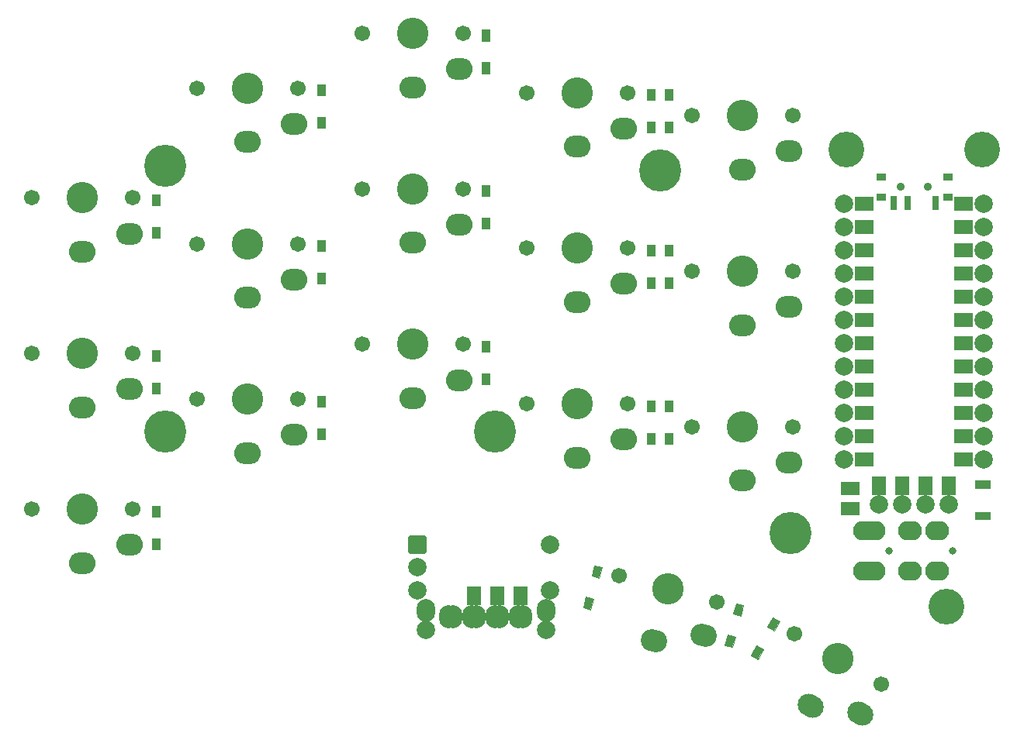
<source format=gts>
G04 #@! TF.GenerationSoftware,KiCad,Pcbnew,7.0.2-0*
G04 #@! TF.CreationDate,2023-06-12T23:21:01+02:00*
G04 #@! TF.ProjectId,arkenswoop,61726b65-6e73-4776-9f6f-702e6b696361,0.5.0*
G04 #@! TF.SameCoordinates,Original*
G04 #@! TF.FileFunction,Soldermask,Top*
G04 #@! TF.FilePolarity,Negative*
%FSLAX46Y46*%
G04 Gerber Fmt 4.6, Leading zero omitted, Abs format (unit mm)*
G04 Created by KiCad (PCBNEW 7.0.2-0) date 2023-06-12 23:21:01*
%MOMM*%
%LPD*%
G01*
G04 APERTURE LIST*
G04 Aperture macros list*
%AMRoundRect*
0 Rectangle with rounded corners*
0 $1 Rounding radius*
0 $2 $3 $4 $5 $6 $7 $8 $9 X,Y pos of 4 corners*
0 Add a 4 corners polygon primitive as box body*
4,1,4,$2,$3,$4,$5,$6,$7,$8,$9,$2,$3,0*
0 Add four circle primitives for the rounded corners*
1,1,$1+$1,$2,$3*
1,1,$1+$1,$4,$5*
1,1,$1+$1,$6,$7*
1,1,$1+$1,$8,$9*
0 Add four rect primitives between the rounded corners*
20,1,$1+$1,$2,$3,$4,$5,0*
20,1,$1+$1,$4,$5,$6,$7,0*
20,1,$1+$1,$6,$7,$8,$9,0*
20,1,$1+$1,$8,$9,$2,$3,0*%
%AMHorizOval*
0 Thick line with rounded ends*
0 $1 width*
0 $2 $3 position (X,Y) of the first rounded end (center of the circle)*
0 $4 $5 position (X,Y) of the second rounded end (center of the circle)*
0 Add line between two ends*
20,1,$1,$2,$3,$4,$5,0*
0 Add two circle primitives to create the rounded ends*
1,1,$1,$2,$3*
1,1,$1,$4,$5*%
%AMFreePoly0*
4,1,22,0.686777,0.580194,0.756366,0.524698,0.794986,0.444504,0.800000,0.400000,0.800000,0.200000,0.780194,0.113223,0.741421,0.058579,0.141421,-0.541421,0.066056,-0.588777,-0.022393,-0.598742,-0.106406,-0.569345,-0.141421,-0.541421,-0.741421,0.058579,-0.788777,0.133944,-0.800000,0.200000,-0.800000,0.400000,-0.780194,0.486777,-0.724698,0.556366,-0.644504,0.594986,-0.600000,0.600000,
0.600000,0.600000,0.686777,0.580194,0.686777,0.580194,$1*%
%AMFreePoly1*
4,1,26,0.706406,1.169345,0.769345,1.106406,0.798742,1.022393,0.800000,1.000000,0.800000,-0.250000,0.780194,-0.336777,0.724698,-0.406366,0.644504,-0.444986,0.600000,-0.450000,-0.600000,-0.450000,-0.686777,-0.430194,-0.756366,-0.374698,-0.794986,-0.294504,-0.800000,-0.250000,-0.800000,1.000000,-0.780194,1.086777,-0.724698,1.156366,-0.644504,1.194986,-0.555496,1.194986,-0.475302,1.156366,
-0.458579,1.141421,0.000000,0.682842,0.458579,1.141421,0.533944,1.188777,0.622393,1.198742,0.706406,1.169345,0.706406,1.169345,$1*%
G04 Aperture macros list end*
%ADD10C,0.100000*%
%ADD11C,4.600000*%
%ADD12C,1.701800*%
%ADD13C,3.429000*%
%ADD14O,2.900000X2.400000*%
%ADD15O,2.000000X2.500000*%
%ADD16FreePoly0,180.000000*%
%ADD17FreePoly1,180.000000*%
%ADD18C,2.000000*%
%ADD19HorizOval,2.400000X0.216506X-0.125000X-0.216506X0.125000X0*%
%ADD20C,0.900000*%
%ADD21RoundRect,0.200000X-0.800000X-0.800000X0.800000X-0.800000X0.800000X0.800000X-0.800000X0.800000X0*%
%ADD22C,3.900000*%
%ADD23FreePoly0,90.000000*%
%ADD24FreePoly0,270.000000*%
%ADD25FreePoly1,270.000000*%
%ADD26FreePoly1,90.000000*%
%ADD27C,0.800000*%
%ADD28O,2.600000X2.100000*%
%ADD29HorizOval,2.400000X0.241481X-0.064705X-0.241481X0.064705X0*%
G04 APERTURE END LIST*
D10*
X115654545Y-70064476D02*
X114804545Y-70064476D01*
X114804545Y-68864476D01*
X115654545Y-68864476D01*
X115654545Y-70064476D01*
G36*
X115654545Y-70064476D02*
G01*
X114804545Y-70064476D01*
X114804545Y-68864476D01*
X115654545Y-68864476D01*
X115654545Y-70064476D01*
G37*
X115654545Y-73614476D02*
X114804545Y-73614476D01*
X114804545Y-72414476D01*
X115654545Y-72414476D01*
X115654545Y-73614476D01*
G36*
X115654545Y-73614476D02*
G01*
X114804545Y-73614476D01*
X114804545Y-72414476D01*
X115654545Y-72414476D01*
X115654545Y-73614476D01*
G37*
X114473509Y-131354624D02*
X113457509Y-131354624D01*
X113457509Y-130338624D01*
X114473509Y-130338624D01*
X114473509Y-131354624D01*
G36*
X114473509Y-131354624D02*
G01*
X113457509Y-131354624D01*
X113457509Y-130338624D01*
X114473509Y-130338624D01*
X114473509Y-131354624D01*
G37*
X117013509Y-131354624D02*
X115997509Y-131354624D01*
X115997509Y-130338624D01*
X117013509Y-130338624D01*
X117013509Y-131354624D01*
G36*
X117013509Y-131354624D02*
G01*
X115997509Y-131354624D01*
X115997509Y-130338624D01*
X117013509Y-130338624D01*
X117013509Y-131354624D01*
G37*
X119553509Y-131354624D02*
X118537509Y-131354624D01*
X118537509Y-130338624D01*
X119553509Y-130338624D01*
X119553509Y-131354624D01*
G36*
X119553509Y-131354624D02*
G01*
X118537509Y-131354624D01*
X118537509Y-130338624D01*
X119553509Y-130338624D01*
X119553509Y-131354624D01*
G37*
X79654545Y-105064969D02*
X78804545Y-105064969D01*
X78804545Y-103864969D01*
X79654545Y-103864969D01*
X79654545Y-105064969D01*
G36*
X79654545Y-105064969D02*
G01*
X78804545Y-105064969D01*
X78804545Y-103864969D01*
X79654545Y-103864969D01*
X79654545Y-105064969D01*
G37*
X79654545Y-108614969D02*
X78804545Y-108614969D01*
X78804545Y-107414969D01*
X79654545Y-107414969D01*
X79654545Y-108614969D01*
G36*
X79654545Y-108614969D02*
G01*
X78804545Y-108614969D01*
X78804545Y-107414969D01*
X79654545Y-107414969D01*
X79654545Y-108614969D01*
G37*
X170284349Y-122342734D02*
X168684349Y-122342734D01*
X168684349Y-121542734D01*
X170284349Y-121542734D01*
X170284349Y-122342734D01*
G36*
X170284349Y-122342734D02*
G01*
X168684349Y-122342734D01*
X168684349Y-121542734D01*
X170284349Y-121542734D01*
X170284349Y-122342734D01*
G37*
X170284349Y-118942734D02*
X168684349Y-118942734D01*
X168684349Y-118142734D01*
X170284349Y-118142734D01*
X170284349Y-118942734D01*
G36*
X170284349Y-118942734D02*
G01*
X168684349Y-118942734D01*
X168684349Y-118142734D01*
X170284349Y-118142734D01*
X170284349Y-118942734D01*
G37*
X79654544Y-88064965D02*
X78804544Y-88064965D01*
X78804544Y-86864965D01*
X79654544Y-86864965D01*
X79654544Y-88064965D01*
G36*
X79654544Y-88064965D02*
G01*
X78804544Y-88064965D01*
X78804544Y-86864965D01*
X79654544Y-86864965D01*
X79654544Y-88064965D01*
G37*
X79654544Y-91614965D02*
X78804544Y-91614965D01*
X78804544Y-90414965D01*
X79654544Y-90414965D01*
X79654544Y-91614965D01*
G36*
X79654544Y-91614965D02*
G01*
X78804544Y-91614965D01*
X78804544Y-90414965D01*
X79654544Y-90414965D01*
X79654544Y-91614965D01*
G37*
X166094573Y-87440134D02*
X165194573Y-87440134D01*
X165194573Y-86740134D01*
X166094573Y-86740134D01*
X166094573Y-87440134D01*
G36*
X166094573Y-87440134D02*
G01*
X165194573Y-87440134D01*
X165194573Y-86740134D01*
X166094573Y-86740134D01*
X166094573Y-87440134D01*
G37*
X166094573Y-85240134D02*
X165194573Y-85240134D01*
X165194573Y-84540134D01*
X166094573Y-84540134D01*
X166094573Y-85240134D01*
G36*
X166094573Y-85240134D02*
G01*
X165194573Y-85240134D01*
X165194573Y-84540134D01*
X166094573Y-84540134D01*
X166094573Y-85240134D01*
G37*
X164544573Y-88440134D02*
X163944573Y-88440134D01*
X163944573Y-87040134D01*
X164544573Y-87040134D01*
X164544573Y-88440134D01*
G36*
X164544573Y-88440134D02*
G01*
X163944573Y-88440134D01*
X163944573Y-87040134D01*
X164544573Y-87040134D01*
X164544573Y-88440134D01*
G37*
X161544573Y-88440134D02*
X160944573Y-88440134D01*
X160944573Y-87040134D01*
X161544573Y-87040134D01*
X161544573Y-88440134D01*
G36*
X161544573Y-88440134D02*
G01*
X160944573Y-88440134D01*
X160944573Y-87040134D01*
X161544573Y-87040134D01*
X161544573Y-88440134D01*
G37*
X160044573Y-88440134D02*
X159444573Y-88440134D01*
X159444573Y-87040134D01*
X160044573Y-87040134D01*
X160044573Y-88440134D01*
G36*
X160044573Y-88440134D02*
G01*
X159444573Y-88440134D01*
X159444573Y-87040134D01*
X160044573Y-87040134D01*
X160044573Y-88440134D01*
G37*
X158794573Y-87440134D02*
X157894573Y-87440134D01*
X157894573Y-86740134D01*
X158794573Y-86740134D01*
X158794573Y-87440134D01*
G36*
X158794573Y-87440134D02*
G01*
X157894573Y-87440134D01*
X157894573Y-86740134D01*
X158794573Y-86740134D01*
X158794573Y-87440134D01*
G37*
X158794573Y-85240134D02*
X157894573Y-85240134D01*
X157894573Y-84540134D01*
X158794573Y-84540134D01*
X158794573Y-85240134D01*
G36*
X158794573Y-85240134D02*
G01*
X157894573Y-85240134D01*
X157894573Y-84540134D01*
X158794573Y-84540134D01*
X158794573Y-85240134D01*
G37*
X135654544Y-110564474D02*
X134804544Y-110564474D01*
X134804544Y-109364474D01*
X135654544Y-109364474D01*
X135654544Y-110564474D01*
G36*
X135654544Y-110564474D02*
G01*
X134804544Y-110564474D01*
X134804544Y-109364474D01*
X135654544Y-109364474D01*
X135654544Y-110564474D01*
G37*
X135654544Y-114114474D02*
X134804544Y-114114474D01*
X134804544Y-112914474D01*
X135654544Y-112914474D01*
X135654544Y-114114474D01*
G36*
X135654544Y-114114474D02*
G01*
X134804544Y-114114474D01*
X134804544Y-112914474D01*
X135654544Y-112914474D01*
X135654544Y-114114474D01*
G37*
X133653549Y-76564472D02*
X132803549Y-76564472D01*
X132803549Y-75364472D01*
X133653549Y-75364472D01*
X133653549Y-76564472D01*
G36*
X133653549Y-76564472D02*
G01*
X132803549Y-76564472D01*
X132803549Y-75364472D01*
X133653549Y-75364472D01*
X133653549Y-76564472D01*
G37*
X133653549Y-80114472D02*
X132803549Y-80114472D01*
X132803549Y-78914472D01*
X133653549Y-78914472D01*
X133653549Y-80114472D01*
G36*
X133653549Y-80114472D02*
G01*
X132803549Y-80114472D01*
X132803549Y-78914472D01*
X133653549Y-78914472D01*
X133653549Y-80114472D01*
G37*
X115654549Y-87064466D02*
X114804549Y-87064466D01*
X114804549Y-85864466D01*
X115654549Y-85864466D01*
X115654549Y-87064466D01*
G36*
X115654549Y-87064466D02*
G01*
X114804549Y-87064466D01*
X114804549Y-85864466D01*
X115654549Y-85864466D01*
X115654549Y-87064466D01*
G37*
X115654549Y-90614466D02*
X114804549Y-90614466D01*
X114804549Y-89414466D01*
X115654549Y-89414466D01*
X115654549Y-90614466D01*
G36*
X115654549Y-90614466D02*
G01*
X114804549Y-90614466D01*
X114804549Y-89414466D01*
X115654549Y-89414466D01*
X115654549Y-90614466D01*
G37*
X133653550Y-93564471D02*
X132803550Y-93564471D01*
X132803550Y-92364471D01*
X133653550Y-92364471D01*
X133653550Y-93564471D01*
G36*
X133653550Y-93564471D02*
G01*
X132803550Y-93564471D01*
X132803550Y-92364471D01*
X133653550Y-92364471D01*
X133653550Y-93564471D01*
G37*
X133653550Y-97114471D02*
X132803550Y-97114471D01*
X132803550Y-95914471D01*
X133653550Y-95914471D01*
X133653550Y-97114471D01*
G36*
X133653550Y-97114471D02*
G01*
X132803550Y-97114471D01*
X132803550Y-95914471D01*
X133653550Y-95914471D01*
X133653550Y-97114471D01*
G37*
X135654551Y-76564473D02*
X134804551Y-76564473D01*
X134804551Y-75364473D01*
X135654551Y-75364473D01*
X135654551Y-76564473D01*
G36*
X135654551Y-76564473D02*
G01*
X134804551Y-76564473D01*
X134804551Y-75364473D01*
X135654551Y-75364473D01*
X135654551Y-76564473D01*
G37*
X135654551Y-80114473D02*
X134804551Y-80114473D01*
X134804551Y-78914473D01*
X135654551Y-78914473D01*
X135654551Y-80114473D01*
G36*
X135654551Y-80114473D02*
G01*
X134804551Y-80114473D01*
X134804551Y-78914473D01*
X135654551Y-78914473D01*
X135654551Y-80114473D01*
G37*
X156914574Y-88391137D02*
X155898574Y-88391137D01*
X155898574Y-87375137D01*
X156914574Y-87375137D01*
X156914574Y-88391137D01*
G36*
X156914574Y-88391137D02*
G01*
X155898574Y-88391137D01*
X155898574Y-87375137D01*
X156914574Y-87375137D01*
X156914574Y-88391137D01*
G37*
X156914574Y-90931137D02*
X155898574Y-90931137D01*
X155898574Y-89915137D01*
X156914574Y-89915137D01*
X156914574Y-90931137D01*
G36*
X156914574Y-90931137D02*
G01*
X155898574Y-90931137D01*
X155898574Y-89915137D01*
X156914574Y-89915137D01*
X156914574Y-90931137D01*
G37*
X156914574Y-93471137D02*
X155898574Y-93471137D01*
X155898574Y-92455137D01*
X156914574Y-92455137D01*
X156914574Y-93471137D01*
G36*
X156914574Y-93471137D02*
G01*
X155898574Y-93471137D01*
X155898574Y-92455137D01*
X156914574Y-92455137D01*
X156914574Y-93471137D01*
G37*
X156914574Y-96011137D02*
X155898574Y-96011137D01*
X155898574Y-94995137D01*
X156914574Y-94995137D01*
X156914574Y-96011137D01*
G36*
X156914574Y-96011137D02*
G01*
X155898574Y-96011137D01*
X155898574Y-94995137D01*
X156914574Y-94995137D01*
X156914574Y-96011137D01*
G37*
X156914574Y-98551137D02*
X155898574Y-98551137D01*
X155898574Y-97535137D01*
X156914574Y-97535137D01*
X156914574Y-98551137D01*
G36*
X156914574Y-98551137D02*
G01*
X155898574Y-98551137D01*
X155898574Y-97535137D01*
X156914574Y-97535137D01*
X156914574Y-98551137D01*
G37*
X156914574Y-101091137D02*
X155898574Y-101091137D01*
X155898574Y-100075137D01*
X156914574Y-100075137D01*
X156914574Y-101091137D01*
G36*
X156914574Y-101091137D02*
G01*
X155898574Y-101091137D01*
X155898574Y-100075137D01*
X156914574Y-100075137D01*
X156914574Y-101091137D01*
G37*
X156914574Y-103631137D02*
X155898574Y-103631137D01*
X155898574Y-102615137D01*
X156914574Y-102615137D01*
X156914574Y-103631137D01*
G36*
X156914574Y-103631137D02*
G01*
X155898574Y-103631137D01*
X155898574Y-102615137D01*
X156914574Y-102615137D01*
X156914574Y-103631137D01*
G37*
X156914574Y-106171137D02*
X155898574Y-106171137D01*
X155898574Y-105155137D01*
X156914574Y-105155137D01*
X156914574Y-106171137D01*
G36*
X156914574Y-106171137D02*
G01*
X155898574Y-106171137D01*
X155898574Y-105155137D01*
X156914574Y-105155137D01*
X156914574Y-106171137D01*
G37*
X156914574Y-108711137D02*
X155898574Y-108711137D01*
X155898574Y-107695137D01*
X156914574Y-107695137D01*
X156914574Y-108711137D01*
G36*
X156914574Y-108711137D02*
G01*
X155898574Y-108711137D01*
X155898574Y-107695137D01*
X156914574Y-107695137D01*
X156914574Y-108711137D01*
G37*
X156914574Y-111251137D02*
X155898574Y-111251137D01*
X155898574Y-110235137D01*
X156914574Y-110235137D01*
X156914574Y-111251137D01*
G36*
X156914574Y-111251137D02*
G01*
X155898574Y-111251137D01*
X155898574Y-110235137D01*
X156914574Y-110235137D01*
X156914574Y-111251137D01*
G37*
X156914574Y-113791137D02*
X155898574Y-113791137D01*
X155898574Y-112775137D01*
X156914574Y-112775137D01*
X156914574Y-113791137D01*
G36*
X156914574Y-113791137D02*
G01*
X155898574Y-113791137D01*
X155898574Y-112775137D01*
X156914574Y-112775137D01*
X156914574Y-113791137D01*
G37*
X156914574Y-116331137D02*
X155898574Y-116331137D01*
X155898574Y-115315137D01*
X156914574Y-115315137D01*
X156914574Y-116331137D01*
G36*
X156914574Y-116331137D02*
G01*
X155898574Y-116331137D01*
X155898574Y-115315137D01*
X156914574Y-115315137D01*
X156914574Y-116331137D01*
G37*
X168090574Y-88391137D02*
X167074574Y-88391137D01*
X167074574Y-87375137D01*
X168090574Y-87375137D01*
X168090574Y-88391137D01*
G36*
X168090574Y-88391137D02*
G01*
X167074574Y-88391137D01*
X167074574Y-87375137D01*
X168090574Y-87375137D01*
X168090574Y-88391137D01*
G37*
X168090574Y-90931137D02*
X167074574Y-90931137D01*
X167074574Y-89915137D01*
X168090574Y-89915137D01*
X168090574Y-90931137D01*
G36*
X168090574Y-90931137D02*
G01*
X167074574Y-90931137D01*
X167074574Y-89915137D01*
X168090574Y-89915137D01*
X168090574Y-90931137D01*
G37*
X168090574Y-93471137D02*
X167074574Y-93471137D01*
X167074574Y-92455137D01*
X168090574Y-92455137D01*
X168090574Y-93471137D01*
G36*
X168090574Y-93471137D02*
G01*
X167074574Y-93471137D01*
X167074574Y-92455137D01*
X168090574Y-92455137D01*
X168090574Y-93471137D01*
G37*
X168090574Y-96011137D02*
X167074574Y-96011137D01*
X167074574Y-94995137D01*
X168090574Y-94995137D01*
X168090574Y-96011137D01*
G36*
X168090574Y-96011137D02*
G01*
X167074574Y-96011137D01*
X167074574Y-94995137D01*
X168090574Y-94995137D01*
X168090574Y-96011137D01*
G37*
X168090574Y-98551137D02*
X167074574Y-98551137D01*
X167074574Y-97535137D01*
X168090574Y-97535137D01*
X168090574Y-98551137D01*
G36*
X168090574Y-98551137D02*
G01*
X167074574Y-98551137D01*
X167074574Y-97535137D01*
X168090574Y-97535137D01*
X168090574Y-98551137D01*
G37*
X168090574Y-101091137D02*
X167074574Y-101091137D01*
X167074574Y-100075137D01*
X168090574Y-100075137D01*
X168090574Y-101091137D01*
G36*
X168090574Y-101091137D02*
G01*
X167074574Y-101091137D01*
X167074574Y-100075137D01*
X168090574Y-100075137D01*
X168090574Y-101091137D01*
G37*
X168090574Y-103631137D02*
X167074574Y-103631137D01*
X167074574Y-102615137D01*
X168090574Y-102615137D01*
X168090574Y-103631137D01*
G36*
X168090574Y-103631137D02*
G01*
X167074574Y-103631137D01*
X167074574Y-102615137D01*
X168090574Y-102615137D01*
X168090574Y-103631137D01*
G37*
X168090574Y-106171137D02*
X167074574Y-106171137D01*
X167074574Y-105155137D01*
X168090574Y-105155137D01*
X168090574Y-106171137D01*
G36*
X168090574Y-106171137D02*
G01*
X167074574Y-106171137D01*
X167074574Y-105155137D01*
X168090574Y-105155137D01*
X168090574Y-106171137D01*
G37*
X168090574Y-108711137D02*
X167074574Y-108711137D01*
X167074574Y-107695137D01*
X168090574Y-107695137D01*
X168090574Y-108711137D01*
G36*
X168090574Y-108711137D02*
G01*
X167074574Y-108711137D01*
X167074574Y-107695137D01*
X168090574Y-107695137D01*
X168090574Y-108711137D01*
G37*
X168090574Y-111251137D02*
X167074574Y-111251137D01*
X167074574Y-110235137D01*
X168090574Y-110235137D01*
X168090574Y-111251137D01*
G36*
X168090574Y-111251137D02*
G01*
X167074574Y-111251137D01*
X167074574Y-110235137D01*
X168090574Y-110235137D01*
X168090574Y-111251137D01*
G37*
X168090574Y-113791137D02*
X167074574Y-113791137D01*
X167074574Y-112775137D01*
X168090574Y-112775137D01*
X168090574Y-113791137D01*
G36*
X168090574Y-113791137D02*
G01*
X167074574Y-113791137D01*
X167074574Y-112775137D01*
X168090574Y-112775137D01*
X168090574Y-113791137D01*
G37*
X168090574Y-116331137D02*
X167074574Y-116331137D01*
X167074574Y-115315137D01*
X168090574Y-115315137D01*
X168090574Y-116331137D01*
G36*
X168090574Y-116331137D02*
G01*
X167074574Y-116331137D01*
X167074574Y-115315137D01*
X168090574Y-115315137D01*
X168090574Y-116331137D01*
G37*
X79654546Y-122064971D02*
X78804546Y-122064971D01*
X78804546Y-120864971D01*
X79654546Y-120864971D01*
X79654546Y-122064971D01*
G36*
X79654546Y-122064971D02*
G01*
X78804546Y-122064971D01*
X78804546Y-120864971D01*
X79654546Y-120864971D01*
X79654546Y-122064971D01*
G37*
X79654546Y-125614971D02*
X78804546Y-125614971D01*
X78804546Y-124414971D01*
X79654546Y-124414971D01*
X79654546Y-125614971D01*
G36*
X79654546Y-125614971D02*
G01*
X78804546Y-125614971D01*
X78804546Y-124414971D01*
X79654546Y-124414971D01*
X79654546Y-125614971D01*
G37*
X158692753Y-119338826D02*
X157676753Y-119338826D01*
X157676753Y-118322826D01*
X158692753Y-118322826D01*
X158692753Y-119338826D01*
G36*
X158692753Y-119338826D02*
G01*
X157676753Y-119338826D01*
X157676753Y-118322826D01*
X158692753Y-118322826D01*
X158692753Y-119338826D01*
G37*
X161232753Y-119338826D02*
X160216753Y-119338826D01*
X160216753Y-118322826D01*
X161232753Y-118322826D01*
X161232753Y-119338826D01*
G36*
X161232753Y-119338826D02*
G01*
X160216753Y-119338826D01*
X160216753Y-118322826D01*
X161232753Y-118322826D01*
X161232753Y-119338826D01*
G37*
X163772753Y-119338826D02*
X162756753Y-119338826D01*
X162756753Y-118322826D01*
X163772753Y-118322826D01*
X163772753Y-119338826D01*
G36*
X163772753Y-119338826D02*
G01*
X162756753Y-119338826D01*
X162756753Y-118322826D01*
X163772753Y-118322826D01*
X163772753Y-119338826D01*
G37*
X166312753Y-119338826D02*
X165296753Y-119338826D01*
X165296753Y-118322826D01*
X166312753Y-118322826D01*
X166312753Y-119338826D01*
G36*
X166312753Y-119338826D02*
G01*
X165296753Y-119338826D01*
X165296753Y-118322826D01*
X166312753Y-118322826D01*
X166312753Y-119338826D01*
G37*
X133653546Y-110564475D02*
X132803546Y-110564475D01*
X132803546Y-109364475D01*
X133653546Y-109364475D01*
X133653546Y-110564475D01*
G36*
X133653546Y-110564475D02*
G01*
X132803546Y-110564475D01*
X132803546Y-109364475D01*
X133653546Y-109364475D01*
X133653546Y-110564475D01*
G37*
X133653546Y-114114475D02*
X132803546Y-114114475D01*
X132803546Y-112914475D01*
X133653546Y-112914475D01*
X133653546Y-114114475D01*
G36*
X133653546Y-114114475D02*
G01*
X132803546Y-114114475D01*
X132803546Y-112914475D01*
X133653546Y-112914475D01*
X133653546Y-114114475D01*
G37*
X127908762Y-127616393D02*
X127598179Y-128775504D01*
X126777142Y-128555508D01*
X127087725Y-127396397D01*
X127908762Y-127616393D01*
G36*
X127908762Y-127616393D02*
G01*
X127598179Y-128775504D01*
X126777142Y-128555508D01*
X127087725Y-127396397D01*
X127908762Y-127616393D01*
G37*
X126989954Y-131045430D02*
X126679371Y-132204541D01*
X125858334Y-131984545D01*
X126168917Y-130825434D01*
X126989954Y-131045430D01*
G36*
X126989954Y-131045430D02*
G01*
X126679371Y-132204541D01*
X125858334Y-131984545D01*
X126168917Y-130825434D01*
X126989954Y-131045430D01*
G37*
X97654541Y-93064973D02*
X96804541Y-93064973D01*
X96804541Y-91864973D01*
X97654541Y-91864973D01*
X97654541Y-93064973D01*
G36*
X97654541Y-93064973D02*
G01*
X96804541Y-93064973D01*
X96804541Y-91864973D01*
X97654541Y-91864973D01*
X97654541Y-93064973D01*
G37*
X97654541Y-96614973D02*
X96804541Y-96614973D01*
X96804541Y-95414973D01*
X97654541Y-95414973D01*
X97654541Y-96614973D01*
G36*
X97654541Y-96614973D02*
G01*
X96804541Y-96614973D01*
X96804541Y-95414973D01*
X97654541Y-95414973D01*
X97654541Y-96614973D01*
G37*
X97654544Y-110064972D02*
X96804544Y-110064972D01*
X96804544Y-108864972D01*
X97654544Y-108864972D01*
X97654544Y-110064972D01*
G36*
X97654544Y-110064972D02*
G01*
X96804544Y-110064972D01*
X96804544Y-108864972D01*
X97654544Y-108864972D01*
X97654544Y-110064972D01*
G37*
X97654544Y-113614972D02*
X96804544Y-113614972D01*
X96804544Y-112414972D01*
X97654544Y-112414972D01*
X97654544Y-113614972D01*
G36*
X97654544Y-113614972D02*
G01*
X96804544Y-113614972D01*
X96804544Y-112414972D01*
X97654544Y-112414972D01*
X97654544Y-113614972D01*
G37*
X115654547Y-104064472D02*
X114804547Y-104064472D01*
X114804547Y-102864472D01*
X115654547Y-102864472D01*
X115654547Y-104064472D01*
G36*
X115654547Y-104064472D02*
G01*
X114804547Y-104064472D01*
X114804547Y-102864472D01*
X115654547Y-102864472D01*
X115654547Y-104064472D01*
G37*
X115654547Y-107614472D02*
X114804547Y-107614472D01*
X114804547Y-106414472D01*
X115654547Y-106414472D01*
X115654547Y-107614472D01*
G36*
X115654547Y-107614472D02*
G01*
X114804547Y-107614472D01*
X114804547Y-106414472D01*
X115654547Y-106414472D01*
X115654547Y-107614472D01*
G37*
X155961746Y-119639879D02*
X153961746Y-119639879D01*
X153961746Y-118239879D01*
X155961746Y-118239879D01*
X155961746Y-119639879D01*
G36*
X155961746Y-119639879D02*
G01*
X153961746Y-119639879D01*
X153961746Y-118239879D01*
X155961746Y-118239879D01*
X155961746Y-119639879D01*
G37*
X155961746Y-121841321D02*
X153961746Y-121841321D01*
X153961746Y-120441321D01*
X155961746Y-120441321D01*
X155961746Y-121841321D01*
G36*
X155961746Y-121841321D02*
G01*
X153961746Y-121841321D01*
X153961746Y-120441321D01*
X155961746Y-120441321D01*
X155961746Y-121841321D01*
G37*
X97654544Y-76064974D02*
X96804544Y-76064974D01*
X96804544Y-74864974D01*
X97654544Y-74864974D01*
X97654544Y-76064974D01*
G36*
X97654544Y-76064974D02*
G01*
X96804544Y-76064974D01*
X96804544Y-74864974D01*
X97654544Y-74864974D01*
X97654544Y-76064974D01*
G37*
X97654544Y-79614974D02*
X96804544Y-79614974D01*
X96804544Y-78414974D01*
X97654544Y-78414974D01*
X97654544Y-79614974D01*
G36*
X97654544Y-79614974D02*
G01*
X96804544Y-79614974D01*
X96804544Y-78414974D01*
X97654544Y-78414974D01*
X97654544Y-79614974D01*
G37*
X147312782Y-133513669D02*
X146712782Y-134552899D01*
X145976660Y-134127899D01*
X146576660Y-133088669D01*
X147312782Y-133513669D01*
G36*
X147312782Y-133513669D02*
G01*
X146712782Y-134552899D01*
X145976660Y-134127899D01*
X146576660Y-133088669D01*
X147312782Y-133513669D01*
G37*
X145537782Y-136588059D02*
X144937782Y-137627289D01*
X144201660Y-137202289D01*
X144801660Y-136163059D01*
X145537782Y-136588059D01*
G36*
X145537782Y-136588059D02*
G01*
X144937782Y-137627289D01*
X144201660Y-137202289D01*
X144801660Y-136163059D01*
X145537782Y-136588059D01*
G37*
X143363570Y-131757500D02*
X143052987Y-132916611D01*
X142231950Y-132696615D01*
X142542533Y-131537504D01*
X143363570Y-131757500D01*
G36*
X143363570Y-131757500D02*
G01*
X143052987Y-132916611D01*
X142231950Y-132696615D01*
X142542533Y-131537504D01*
X143363570Y-131757500D01*
G37*
X142444762Y-135186537D02*
X142134179Y-136345648D01*
X141313142Y-136125652D01*
X141623725Y-134966541D01*
X142444762Y-135186537D01*
G36*
X142444762Y-135186537D02*
G01*
X142134179Y-136345648D01*
X141313142Y-136125652D01*
X141623725Y-134966541D01*
X142444762Y-135186537D01*
G37*
X135654545Y-93564474D02*
X134804545Y-93564474D01*
X134804545Y-92364474D01*
X135654545Y-92364474D01*
X135654545Y-93564474D01*
G36*
X135654545Y-93564474D02*
G01*
X134804545Y-93564474D01*
X134804545Y-92364474D01*
X135654545Y-92364474D01*
X135654545Y-93564474D01*
G37*
X135654545Y-97114474D02*
X134804545Y-97114474D01*
X134804545Y-95914474D01*
X135654545Y-95914474D01*
X135654545Y-97114474D01*
G36*
X135654545Y-97114474D02*
G01*
X134804545Y-97114474D01*
X134804545Y-95914474D01*
X135654545Y-95914474D01*
X135654545Y-97114474D01*
G37*
D11*
X134228545Y-84239474D03*
D12*
X101729546Y-103239471D03*
D13*
X107229546Y-103239471D03*
D12*
X112729546Y-103239471D03*
D14*
X112329546Y-107139471D03*
X107229546Y-109139471D03*
D15*
X111163509Y-132975624D03*
X111687509Y-132975624D03*
X113703509Y-132975624D03*
D16*
X113965509Y-131100624D03*
D15*
X114227509Y-132975624D03*
X116243509Y-132975624D03*
D16*
X116505509Y-131100624D03*
D15*
X116767509Y-132975624D03*
X118783509Y-132975624D03*
D16*
X119045509Y-131100624D03*
D15*
X119307509Y-132975624D03*
D17*
X119045509Y-130084624D03*
X116505509Y-130084624D03*
X113965509Y-130084624D03*
D18*
X108687509Y-134450624D03*
X121783509Y-134450624D03*
D15*
X108687509Y-132350624D03*
X121783509Y-132350624D03*
D11*
X80229545Y-83739972D03*
D12*
X148903370Y-134868092D03*
D13*
X153666510Y-137618092D03*
D12*
X158429650Y-140368092D03*
D19*
X156133240Y-143545591D03*
X150716510Y-142727642D03*
D20*
X163494573Y-85990134D03*
X163494573Y-85990134D03*
X160494573Y-85990134D03*
X160494573Y-85990134D03*
D21*
X107735549Y-125100000D03*
D18*
X107735549Y-130100000D03*
X107735549Y-127600000D03*
X122235549Y-130100000D03*
X122235549Y-125100000D03*
D22*
X169385693Y-81989640D03*
D12*
X119728544Y-92739470D03*
D13*
X125228544Y-92739470D03*
D12*
X130728544Y-92739470D03*
D14*
X130328544Y-96639470D03*
X125228544Y-98639470D03*
D12*
X65729546Y-121239972D03*
D13*
X71229546Y-121239972D03*
D12*
X76729546Y-121239972D03*
D14*
X76329546Y-125139972D03*
X71229546Y-127139972D03*
D22*
X154604371Y-81990097D03*
D12*
X137729546Y-95239475D03*
D13*
X143229546Y-95239475D03*
D12*
X148729546Y-95239475D03*
D14*
X148329546Y-99139475D03*
X143229546Y-101139475D03*
D12*
X65729544Y-104239969D03*
D13*
X71229544Y-104239969D03*
D12*
X76729544Y-104239969D03*
D14*
X76329544Y-108139969D03*
X71229544Y-110139969D03*
D18*
X154374574Y-87883137D03*
X154374574Y-90423137D03*
X154374574Y-92963137D03*
X154374574Y-95503137D03*
X154374574Y-98043137D03*
X154374574Y-100583137D03*
X154374574Y-103123137D03*
X154374574Y-105663137D03*
X154374574Y-108203137D03*
X154374574Y-110743137D03*
X154374574Y-113283137D03*
X154374574Y-115823137D03*
D23*
X156152574Y-87883137D03*
X156152574Y-90423137D03*
X156152574Y-92963137D03*
X156152574Y-95503137D03*
X156152574Y-98043137D03*
X156152574Y-100583137D03*
X156152574Y-103123137D03*
X156152574Y-105663137D03*
X156152574Y-108203137D03*
X156152574Y-110743137D03*
X156152574Y-113283137D03*
X156152574Y-115823137D03*
D24*
X167836574Y-87883137D03*
X167836574Y-90423137D03*
X167836574Y-92963137D03*
X167836574Y-95503137D03*
X167836574Y-98043137D03*
X167836574Y-100583137D03*
X167836574Y-103123137D03*
X167836574Y-105663137D03*
X167836574Y-108203137D03*
X167836574Y-110743137D03*
X167836574Y-113283137D03*
X167836574Y-115823137D03*
D18*
X169614574Y-87883137D03*
X169614574Y-90423137D03*
X169614574Y-92963137D03*
X169614574Y-95503137D03*
X169614574Y-98043137D03*
X169614574Y-100583137D03*
X169614574Y-103123137D03*
X169614574Y-105663137D03*
X169614574Y-108203137D03*
X169614574Y-110743137D03*
X169614574Y-113283137D03*
X169614574Y-115823137D03*
D25*
X166820574Y-87883137D03*
X166820574Y-90423137D03*
X166820574Y-92963137D03*
X166820574Y-95503137D03*
X166820574Y-98043137D03*
X166820574Y-100583137D03*
X166820574Y-103123137D03*
X166820574Y-105663137D03*
X166820574Y-108203137D03*
X166820574Y-110743137D03*
X166820574Y-113283137D03*
X166820574Y-115823137D03*
D26*
X157168574Y-115823137D03*
X157168574Y-113283137D03*
X157168574Y-110743137D03*
X157168574Y-108203137D03*
X157168574Y-105663137D03*
X157168574Y-103123137D03*
X157168574Y-100583137D03*
X157168574Y-98043137D03*
X157168574Y-95503137D03*
X157168574Y-92963137D03*
X157168574Y-90423137D03*
X157168574Y-87883137D03*
D12*
X83729547Y-109239974D03*
D13*
X89229547Y-109239974D03*
D12*
X94729547Y-109239974D03*
D14*
X94329547Y-113139974D03*
X89229547Y-115139974D03*
D27*
X166209022Y-125814835D03*
X159209022Y-125814835D03*
D28*
X156609022Y-123614835D03*
X156609022Y-128014835D03*
X164509022Y-123614835D03*
X164509022Y-128014835D03*
X161509022Y-123614835D03*
X161509022Y-128014835D03*
X157509022Y-123614835D03*
X157509022Y-128014835D03*
D12*
X101729543Y-69239473D03*
D13*
X107229543Y-69239473D03*
D12*
X112729543Y-69239473D03*
D14*
X112329543Y-73139473D03*
X107229543Y-75139473D03*
D12*
X137729546Y-78239472D03*
D13*
X143229546Y-78239472D03*
D12*
X148729546Y-78239472D03*
D14*
X148329546Y-82139472D03*
X143229546Y-84139472D03*
D22*
X165490722Y-131887874D03*
D16*
X158184753Y-119084826D03*
D18*
X158184753Y-120742826D03*
D16*
X160724753Y-119084826D03*
D18*
X160724753Y-120742826D03*
D16*
X163264753Y-119084826D03*
D18*
X163264753Y-120742826D03*
D16*
X165804753Y-119084826D03*
D18*
X165804753Y-120742826D03*
D17*
X165804753Y-118068826D03*
X163264753Y-118068826D03*
X160724753Y-118068826D03*
X158184753Y-118068826D03*
D12*
X65729542Y-87239972D03*
D13*
X71229542Y-87239972D03*
D12*
X76729542Y-87239972D03*
D14*
X76329542Y-91139972D03*
X71229542Y-93139972D03*
D12*
X119728544Y-109739471D03*
D13*
X125228544Y-109739471D03*
D12*
X130728544Y-109739471D03*
D14*
X130328544Y-113639471D03*
X125228544Y-115639471D03*
D12*
X83729547Y-92239968D03*
D13*
X89229547Y-92239968D03*
D12*
X94729547Y-92239968D03*
D14*
X94329547Y-96139968D03*
X89229547Y-98139968D03*
D12*
X119728547Y-75739475D03*
D13*
X125228547Y-75739475D03*
D12*
X130728547Y-75739475D03*
D14*
X130328547Y-79639475D03*
X125228547Y-81639475D03*
D11*
X80229546Y-112739970D03*
D12*
X129815995Y-128515667D03*
D13*
X135128587Y-129939172D03*
D12*
X140441179Y-131362677D03*
D29*
X139045414Y-135026260D03*
X133601555Y-135638134D03*
D14*
X107229546Y-92139470D03*
X112329546Y-90139470D03*
D12*
X112729546Y-86239470D03*
D13*
X107229546Y-86239470D03*
D12*
X101729546Y-86239470D03*
D11*
X116229546Y-112739469D03*
X148510701Y-123849903D03*
D12*
X137729549Y-112239469D03*
D13*
X143229549Y-112239469D03*
D12*
X148729549Y-112239469D03*
D14*
X148329549Y-116139469D03*
X143229549Y-118139469D03*
D12*
X83729545Y-75239973D03*
D13*
X89229545Y-75239973D03*
D12*
X94729545Y-75239973D03*
D14*
X94329545Y-79139973D03*
X89229545Y-81139973D03*
M02*

</source>
